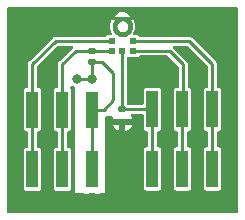
<source format=gtl>
G04 #@! TF.GenerationSoftware,KiCad,Pcbnew,(5.99.0-11065-g2a3d8e22b6)*
G04 #@! TF.CreationDate,2021-07-08T09:19:05+01:00*
G04 #@! TF.ProjectId,NB3_ear,4e42335f-6561-4722-9e6b-696361645f70,0.0.1*
G04 #@! TF.SameCoordinates,PX868b5c0PY6ee3738*
G04 #@! TF.FileFunction,Copper,L1,Top*
G04 #@! TF.FilePolarity,Positive*
%FSLAX46Y46*%
G04 Gerber Fmt 4.6, Leading zero omitted, Abs format (unit mm)*
G04 Created by KiCad (PCBNEW (5.99.0-11065-g2a3d8e22b6)) date 2021-07-08 09:19:05*
%MOMM*%
%LPD*%
G01*
G04 APERTURE LIST*
G04 Aperture macros list*
%AMRoundRect*
0 Rectangle with rounded corners*
0 $1 Rounding radius*
0 $2 $3 $4 $5 $6 $7 $8 $9 X,Y pos of 4 corners*
0 Add a 4 corners polygon primitive as box body*
4,1,4,$2,$3,$4,$5,$6,$7,$8,$9,$2,$3,0*
0 Add four circle primitives for the rounded corners*
1,1,$1+$1,$2,$3*
1,1,$1+$1,$4,$5*
1,1,$1+$1,$6,$7*
1,1,$1+$1,$8,$9*
0 Add four rect primitives between the rounded corners*
20,1,$1+$1,$2,$3,$4,$5,0*
20,1,$1+$1,$4,$5,$6,$7,0*
20,1,$1+$1,$6,$7,$8,$9,0*
20,1,$1+$1,$8,$9,$2,$3,0*%
G04 Aperture macros list end*
G04 #@! TA.AperFunction,EtchedComponent*
%ADD10C,0.001000*%
G04 #@! TD*
G04 #@! TA.AperFunction,SMDPad,CuDef*
%ADD11R,0.600000X0.522000*%
G04 #@! TD*
G04 #@! TA.AperFunction,SMDPad,CuDef*
%ADD12R,0.100000X0.100000*%
G04 #@! TD*
G04 #@! TA.AperFunction,SMDPad,CuDef*
%ADD13RoundRect,0.140000X-0.170000X0.140000X-0.170000X-0.140000X0.170000X-0.140000X0.170000X0.140000X0*%
G04 #@! TD*
G04 #@! TA.AperFunction,SMDPad,CuDef*
%ADD14RoundRect,0.135000X0.185000X-0.135000X0.185000X0.135000X-0.185000X0.135000X-0.185000X-0.135000X0*%
G04 #@! TD*
G04 #@! TA.AperFunction,SMDPad,CuDef*
%ADD15R,1.000000X3.150000*%
G04 #@! TD*
G04 #@! TA.AperFunction,ViaPad*
%ADD16C,0.800000*%
G04 #@! TD*
G04 #@! TA.AperFunction,Conductor*
%ADD17C,0.250000*%
G04 #@! TD*
G04 APERTURE END LIST*
D10*
X10010000Y15261000D02*
X10010000Y15561000D01*
X10010000Y15561000D02*
X10036168Y15561685D01*
X10036168Y15561685D02*
X10062264Y15563739D01*
X10062264Y15563739D02*
X10088217Y15567156D01*
X10088217Y15567156D02*
X10113956Y15571926D01*
X10113956Y15571926D02*
X10139410Y15578037D01*
X10139410Y15578037D02*
X10164508Y15585472D01*
X10164508Y15585472D02*
X10189184Y15594210D01*
X10189184Y15594210D02*
X10213368Y15604227D01*
X10213368Y15604227D02*
X10236995Y15615497D01*
X10236995Y15615497D02*
X10260000Y15627987D01*
X10260000Y15627987D02*
X10282320Y15641665D01*
X10282320Y15641665D02*
X10303893Y15656492D01*
X10303893Y15656492D02*
X10324660Y15672427D01*
X10324660Y15672427D02*
X10344565Y15689428D01*
X10344565Y15689428D02*
X10363553Y15707447D01*
X10363553Y15707447D02*
X10381572Y15726435D01*
X10381572Y15726435D02*
X10398573Y15746340D01*
X10398573Y15746340D02*
X10414508Y15767107D01*
X10414508Y15767107D02*
X10429335Y15788680D01*
X10429335Y15788680D02*
X10443013Y15811000D01*
X10443013Y15811000D02*
X10455503Y15834005D01*
X10455503Y15834005D02*
X10466773Y15857632D01*
X10466773Y15857632D02*
X10476790Y15881816D01*
X10476790Y15881816D02*
X10485528Y15906492D01*
X10485528Y15906492D02*
X10492963Y15931590D01*
X10492963Y15931590D02*
X10499074Y15957044D01*
X10499074Y15957044D02*
X10503844Y15982783D01*
X10503844Y15982783D02*
X10507261Y16008736D01*
X10507261Y16008736D02*
X10509315Y16034832D01*
X10509315Y16034832D02*
X10510000Y16061000D01*
X10510000Y16061000D02*
X10510000Y16081000D01*
X10510000Y16081000D02*
X10509301Y16107691D01*
X10509301Y16107691D02*
X10507206Y16134310D01*
X10507206Y16134310D02*
X10503721Y16160782D01*
X10503721Y16160782D02*
X10498855Y16187035D01*
X10498855Y16187035D02*
X10492622Y16212998D01*
X10492622Y16212998D02*
X10485039Y16238599D01*
X10485039Y16238599D02*
X10476126Y16263768D01*
X10476126Y16263768D02*
X10465908Y16288436D01*
X10465908Y16288436D02*
X10454413Y16312535D01*
X10454413Y16312535D02*
X10441673Y16336000D01*
X10441673Y16336000D02*
X10427722Y16358766D01*
X10427722Y16358766D02*
X10412599Y16380770D01*
X10412599Y16380770D02*
X10396344Y16401953D01*
X10396344Y16401953D02*
X10379004Y16422257D01*
X10379004Y16422257D02*
X10360624Y16441624D01*
X10360624Y16441624D02*
X10341257Y16460004D01*
X10341257Y16460004D02*
X10320953Y16477344D01*
X10320953Y16477344D02*
X10299770Y16493599D01*
X10299770Y16493599D02*
X10277766Y16508722D01*
X10277766Y16508722D02*
X10255000Y16522673D01*
X10255000Y16522673D02*
X10231535Y16535413D01*
X10231535Y16535413D02*
X10207436Y16546908D01*
X10207436Y16546908D02*
X10182768Y16557126D01*
X10182768Y16557126D02*
X10157599Y16566039D01*
X10157599Y16566039D02*
X10131998Y16573622D01*
X10131998Y16573622D02*
X10106035Y16579855D01*
X10106035Y16579855D02*
X10079782Y16584721D01*
X10079782Y16584721D02*
X10053310Y16588206D01*
X10053310Y16588206D02*
X10026691Y16590301D01*
X10026691Y16590301D02*
X10000000Y16591000D01*
X10000000Y16591000D02*
X9990000Y16591000D01*
X9990000Y16591000D02*
X9963832Y16590315D01*
X9963832Y16590315D02*
X9937736Y16588261D01*
X9937736Y16588261D02*
X9911783Y16584844D01*
X9911783Y16584844D02*
X9886044Y16580074D01*
X9886044Y16580074D02*
X9860590Y16573963D01*
X9860590Y16573963D02*
X9835492Y16566528D01*
X9835492Y16566528D02*
X9810816Y16557790D01*
X9810816Y16557790D02*
X9786632Y16547773D01*
X9786632Y16547773D02*
X9763005Y16536503D01*
X9763005Y16536503D02*
X9740000Y16524013D01*
X9740000Y16524013D02*
X9717680Y16510335D01*
X9717680Y16510335D02*
X9696107Y16495508D01*
X9696107Y16495508D02*
X9675340Y16479573D01*
X9675340Y16479573D02*
X9655435Y16462572D01*
X9655435Y16462572D02*
X9636447Y16444553D01*
X9636447Y16444553D02*
X9618428Y16425565D01*
X9618428Y16425565D02*
X9601427Y16405660D01*
X9601427Y16405660D02*
X9585492Y16384893D01*
X9585492Y16384893D02*
X9570665Y16363320D01*
X9570665Y16363320D02*
X9556987Y16341000D01*
X9556987Y16341000D02*
X9544497Y16317995D01*
X9544497Y16317995D02*
X9533227Y16294368D01*
X9533227Y16294368D02*
X9523210Y16270184D01*
X9523210Y16270184D02*
X9514472Y16245508D01*
X9514472Y16245508D02*
X9507037Y16220410D01*
X9507037Y16220410D02*
X9500926Y16194956D01*
X9500926Y16194956D02*
X9496156Y16169217D01*
X9496156Y16169217D02*
X9492739Y16143264D01*
X9492739Y16143264D02*
X9490685Y16117168D01*
X9490685Y16117168D02*
X9490000Y16091000D01*
X9490000Y16091000D02*
X9490000Y16061000D01*
X9490000Y16061000D02*
X9490685Y16034832D01*
X9490685Y16034832D02*
X9492739Y16008736D01*
X9492739Y16008736D02*
X9496156Y15982783D01*
X9496156Y15982783D02*
X9500926Y15957044D01*
X9500926Y15957044D02*
X9507037Y15931590D01*
X9507037Y15931590D02*
X9514472Y15906492D01*
X9514472Y15906492D02*
X9523210Y15881816D01*
X9523210Y15881816D02*
X9533227Y15857632D01*
X9533227Y15857632D02*
X9544497Y15834005D01*
X9544497Y15834005D02*
X9556987Y15811000D01*
X9556987Y15811000D02*
X9570665Y15788680D01*
X9570665Y15788680D02*
X9585492Y15767107D01*
X9585492Y15767107D02*
X9601427Y15746340D01*
X9601427Y15746340D02*
X9618428Y15726435D01*
X9618428Y15726435D02*
X9636447Y15707447D01*
X9636447Y15707447D02*
X9655435Y15689428D01*
X9655435Y15689428D02*
X9675340Y15672427D01*
X9675340Y15672427D02*
X9696107Y15656492D01*
X9696107Y15656492D02*
X9717680Y15641665D01*
X9717680Y15641665D02*
X9740000Y15627987D01*
X9740000Y15627987D02*
X9763005Y15615497D01*
X9763005Y15615497D02*
X9786632Y15604227D01*
X9786632Y15604227D02*
X9810816Y15594210D01*
X9810816Y15594210D02*
X9835492Y15585472D01*
X9835492Y15585472D02*
X9860590Y15578037D01*
X9860590Y15578037D02*
X9886044Y15571926D01*
X9886044Y15571926D02*
X9911783Y15567156D01*
X9911783Y15567156D02*
X9937736Y15563739D01*
X9937736Y15563739D02*
X9963832Y15561685D01*
X9963832Y15561685D02*
X9990000Y15561000D01*
X9990000Y15561000D02*
X9990000Y15261000D01*
X9990000Y15261000D02*
X9980000Y15261000D01*
X9980000Y15261000D02*
X9938655Y15262083D01*
X9938655Y15262083D02*
X9897423Y15265328D01*
X9897423Y15265328D02*
X9856417Y15270726D01*
X9856417Y15270726D02*
X9815750Y15278263D01*
X9815750Y15278263D02*
X9775533Y15287919D01*
X9775533Y15287919D02*
X9735877Y15299665D01*
X9735877Y15299665D02*
X9696889Y15313471D01*
X9696889Y15313471D02*
X9658678Y15329299D01*
X9658678Y15329299D02*
X9621348Y15347105D01*
X9621348Y15347105D02*
X9585000Y15366840D01*
X9585000Y15366840D02*
X9549735Y15388450D01*
X9549735Y15388450D02*
X9515650Y15411877D01*
X9515650Y15411877D02*
X9482837Y15437055D01*
X9482837Y15437055D02*
X9451387Y15463916D01*
X9451387Y15463916D02*
X9421386Y15492386D01*
X9421386Y15492386D02*
X9392916Y15522387D01*
X9392916Y15522387D02*
X9366055Y15553837D01*
X9366055Y15553837D02*
X9340877Y15586650D01*
X9340877Y15586650D02*
X9317450Y15620735D01*
X9317450Y15620735D02*
X9295840Y15656000D01*
X9295840Y15656000D02*
X9276105Y15692348D01*
X9276105Y15692348D02*
X9258299Y15729678D01*
X9258299Y15729678D02*
X9242471Y15767889D01*
X9242471Y15767889D02*
X9228665Y15806877D01*
X9228665Y15806877D02*
X9216919Y15846533D01*
X9216919Y15846533D02*
X9207263Y15886750D01*
X9207263Y15886750D02*
X9199726Y15927417D01*
X9199726Y15927417D02*
X9194328Y15968423D01*
X9194328Y15968423D02*
X9191083Y16009655D01*
X9191083Y16009655D02*
X9190000Y16051000D01*
X9190000Y16051000D02*
X9190000Y16081000D01*
X9190000Y16081000D02*
X9191110Y16123392D01*
X9191110Y16123392D02*
X9194437Y16165668D01*
X9194437Y16165668D02*
X9199972Y16207712D01*
X9199972Y16207712D02*
X9207700Y16249408D01*
X9207700Y16249408D02*
X9217600Y16290643D01*
X9217600Y16290643D02*
X9229644Y16331304D01*
X9229644Y16331304D02*
X9243800Y16371278D01*
X9243800Y16371278D02*
X9260028Y16410457D01*
X9260028Y16410457D02*
X9278285Y16448732D01*
X9278285Y16448732D02*
X9298519Y16486000D01*
X9298519Y16486000D02*
X9320677Y16522158D01*
X9320677Y16522158D02*
X9344696Y16557106D01*
X9344696Y16557106D02*
X9370512Y16590750D01*
X9370512Y16590750D02*
X9398053Y16622996D01*
X9398053Y16622996D02*
X9427244Y16653756D01*
X9427244Y16653756D02*
X9458004Y16682947D01*
X9458004Y16682947D02*
X9490250Y16710488D01*
X9490250Y16710488D02*
X9523894Y16736304D01*
X9523894Y16736304D02*
X9558842Y16760323D01*
X9558842Y16760323D02*
X9595000Y16782481D01*
X9595000Y16782481D02*
X9632268Y16802715D01*
X9632268Y16802715D02*
X9670543Y16820972D01*
X9670543Y16820972D02*
X9709722Y16837200D01*
X9709722Y16837200D02*
X9749696Y16851356D01*
X9749696Y16851356D02*
X9790357Y16863400D01*
X9790357Y16863400D02*
X9831592Y16873300D01*
X9831592Y16873300D02*
X9873288Y16881028D01*
X9873288Y16881028D02*
X9915332Y16886563D01*
X9915332Y16886563D02*
X9957608Y16889890D01*
X9957608Y16889890D02*
X10000000Y16891000D01*
X10000000Y16891000D02*
X10010000Y16891000D01*
X10010000Y16891000D02*
X10051869Y16889904D01*
X10051869Y16889904D02*
X10093623Y16886618D01*
X10093623Y16886618D02*
X10135148Y16881151D01*
X10135148Y16881151D02*
X10176329Y16873518D01*
X10176329Y16873518D02*
X10217055Y16863741D01*
X10217055Y16863741D02*
X10257214Y16851845D01*
X10257214Y16851845D02*
X10296694Y16837864D01*
X10296694Y16837864D02*
X10335389Y16821836D01*
X10335389Y16821836D02*
X10373192Y16803805D01*
X10373192Y16803805D02*
X10410000Y16783820D01*
X10410000Y16783820D02*
X10445711Y16761936D01*
X10445711Y16761936D02*
X10480228Y16738214D01*
X10480228Y16738214D02*
X10513456Y16712717D01*
X10513456Y16712717D02*
X10545304Y16685516D01*
X10545304Y16685516D02*
X10575685Y16656685D01*
X10575685Y16656685D02*
X10604516Y16626304D01*
X10604516Y16626304D02*
X10631717Y16594456D01*
X10631717Y16594456D02*
X10657214Y16561228D01*
X10657214Y16561228D02*
X10680936Y16526711D01*
X10680936Y16526711D02*
X10702820Y16491000D01*
X10702820Y16491000D02*
X10722805Y16454192D01*
X10722805Y16454192D02*
X10740836Y16416389D01*
X10740836Y16416389D02*
X10756864Y16377694D01*
X10756864Y16377694D02*
X10770845Y16338214D01*
X10770845Y16338214D02*
X10782741Y16298055D01*
X10782741Y16298055D02*
X10792518Y16257329D01*
X10792518Y16257329D02*
X10800151Y16216148D01*
X10800151Y16216148D02*
X10805618Y16174623D01*
X10805618Y16174623D02*
X10808904Y16132869D01*
X10808904Y16132869D02*
X10810000Y16091000D01*
X10810000Y16091000D02*
X10810000Y16061000D01*
X10810000Y16061000D02*
X10808904Y16019131D01*
X10808904Y16019131D02*
X10805618Y15977377D01*
X10805618Y15977377D02*
X10800151Y15935852D01*
X10800151Y15935852D02*
X10792518Y15894671D01*
X10792518Y15894671D02*
X10782741Y15853945D01*
X10782741Y15853945D02*
X10770845Y15813786D01*
X10770845Y15813786D02*
X10756864Y15774306D01*
X10756864Y15774306D02*
X10740836Y15735611D01*
X10740836Y15735611D02*
X10722805Y15697808D01*
X10722805Y15697808D02*
X10702820Y15661000D01*
X10702820Y15661000D02*
X10680936Y15625289D01*
X10680936Y15625289D02*
X10657214Y15590772D01*
X10657214Y15590772D02*
X10631717Y15557544D01*
X10631717Y15557544D02*
X10604516Y15525696D01*
X10604516Y15525696D02*
X10575685Y15495315D01*
X10575685Y15495315D02*
X10545304Y15466484D01*
X10545304Y15466484D02*
X10513456Y15439283D01*
X10513456Y15439283D02*
X10480228Y15413786D01*
X10480228Y15413786D02*
X10445711Y15390064D01*
X10445711Y15390064D02*
X10410000Y15368180D01*
X10410000Y15368180D02*
X10373192Y15348195D01*
X10373192Y15348195D02*
X10335389Y15330164D01*
X10335389Y15330164D02*
X10296694Y15314136D01*
X10296694Y15314136D02*
X10257214Y15300155D01*
X10257214Y15300155D02*
X10217055Y15288259D01*
X10217055Y15288259D02*
X10176329Y15278482D01*
X10176329Y15278482D02*
X10135148Y15270849D01*
X10135148Y15270849D02*
X10093623Y15265382D01*
X10093623Y15265382D02*
X10051869Y15262096D01*
X10051869Y15262096D02*
X10010000Y15261000D01*
X10010000Y15261000D02*
X10010000Y15261000D01*
G36*
X10051869Y16889904D02*
G01*
X10093623Y16886618D01*
X10135148Y16881151D01*
X10176329Y16873518D01*
X10217055Y16863741D01*
X10257214Y16851845D01*
X10296694Y16837864D01*
X10335389Y16821836D01*
X10373192Y16803805D01*
X10410000Y16783820D01*
X10445711Y16761936D01*
X10480228Y16738214D01*
X10513456Y16712717D01*
X10545304Y16685516D01*
X10575685Y16656685D01*
X10604516Y16626304D01*
X10631717Y16594456D01*
X10657214Y16561228D01*
X10680936Y16526711D01*
X10702820Y16491000D01*
X10722805Y16454192D01*
X10740836Y16416389D01*
X10756864Y16377694D01*
X10770845Y16338214D01*
X10782741Y16298055D01*
X10792518Y16257329D01*
X10800151Y16216148D01*
X10805618Y16174623D01*
X10808904Y16132869D01*
X10810000Y16091000D01*
X10810000Y16061000D01*
X10808904Y16019131D01*
X10805618Y15977377D01*
X10800151Y15935852D01*
X10792518Y15894671D01*
X10782741Y15853945D01*
X10770845Y15813786D01*
X10756864Y15774306D01*
X10740836Y15735611D01*
X10722805Y15697808D01*
X10702820Y15661000D01*
X10680936Y15625289D01*
X10657214Y15590772D01*
X10631717Y15557544D01*
X10604516Y15525696D01*
X10575685Y15495315D01*
X10545304Y15466484D01*
X10513456Y15439283D01*
X10480228Y15413786D01*
X10445711Y15390064D01*
X10410000Y15368180D01*
X10373192Y15348195D01*
X10335389Y15330164D01*
X10296694Y15314136D01*
X10257214Y15300155D01*
X10217055Y15288259D01*
X10176329Y15278482D01*
X10135148Y15270849D01*
X10093623Y15265382D01*
X10051869Y15262096D01*
X10010000Y15261000D01*
X10010000Y15561000D01*
X10036168Y15561685D01*
X10062264Y15563739D01*
X10088217Y15567156D01*
X10113956Y15571926D01*
X10139410Y15578037D01*
X10164508Y15585472D01*
X10189184Y15594210D01*
X10213368Y15604227D01*
X10236995Y15615497D01*
X10260000Y15627987D01*
X10282320Y15641665D01*
X10303893Y15656492D01*
X10324660Y15672427D01*
X10344565Y15689428D01*
X10363553Y15707447D01*
X10381572Y15726435D01*
X10398573Y15746340D01*
X10414508Y15767107D01*
X10429335Y15788680D01*
X10443013Y15811000D01*
X10455503Y15834005D01*
X10466773Y15857632D01*
X10476790Y15881816D01*
X10485528Y15906492D01*
X10492963Y15931590D01*
X10499074Y15957044D01*
X10503844Y15982783D01*
X10507261Y16008736D01*
X10509315Y16034832D01*
X10510000Y16061000D01*
X10510000Y16081000D01*
X10509301Y16107691D01*
X10507206Y16134310D01*
X10503721Y16160782D01*
X10498855Y16187035D01*
X10492622Y16212998D01*
X10485039Y16238599D01*
X10476126Y16263768D01*
X10465908Y16288436D01*
X10454413Y16312535D01*
X10441673Y16336000D01*
X10427722Y16358766D01*
X10412599Y16380770D01*
X10396344Y16401953D01*
X10379004Y16422257D01*
X10360624Y16441624D01*
X10341257Y16460004D01*
X10320953Y16477344D01*
X10299770Y16493599D01*
X10277766Y16508722D01*
X10255000Y16522673D01*
X10231535Y16535413D01*
X10207436Y16546908D01*
X10182768Y16557126D01*
X10157599Y16566039D01*
X10131998Y16573622D01*
X10106035Y16579855D01*
X10079782Y16584721D01*
X10053310Y16588206D01*
X10026691Y16590301D01*
X10000000Y16591000D01*
X9990000Y16591000D01*
X9963832Y16590315D01*
X9937736Y16588261D01*
X9911783Y16584844D01*
X9886044Y16580074D01*
X9860590Y16573963D01*
X9835492Y16566528D01*
X9810816Y16557790D01*
X9786632Y16547773D01*
X9763005Y16536503D01*
X9740000Y16524013D01*
X9717680Y16510335D01*
X9696107Y16495508D01*
X9675340Y16479573D01*
X9655435Y16462572D01*
X9636447Y16444553D01*
X9618428Y16425565D01*
X9601427Y16405660D01*
X9585492Y16384893D01*
X9570665Y16363320D01*
X9556987Y16341000D01*
X9544497Y16317995D01*
X9533227Y16294368D01*
X9523210Y16270184D01*
X9514472Y16245508D01*
X9507037Y16220410D01*
X9500926Y16194956D01*
X9496156Y16169217D01*
X9492739Y16143264D01*
X9490685Y16117168D01*
X9490000Y16091000D01*
X9490000Y16061000D01*
X9490685Y16034832D01*
X9492739Y16008736D01*
X9496156Y15982783D01*
X9500926Y15957044D01*
X9507037Y15931590D01*
X9514472Y15906492D01*
X9523210Y15881816D01*
X9533227Y15857632D01*
X9544497Y15834005D01*
X9556987Y15811000D01*
X9570665Y15788680D01*
X9585492Y15767107D01*
X9601427Y15746340D01*
X9618428Y15726435D01*
X9636447Y15707447D01*
X9655435Y15689428D01*
X9675340Y15672427D01*
X9696107Y15656492D01*
X9717680Y15641665D01*
X9740000Y15627987D01*
X9763005Y15615497D01*
X9786632Y15604227D01*
X9810816Y15594210D01*
X9835492Y15585472D01*
X9860590Y15578037D01*
X9886044Y15571926D01*
X9911783Y15567156D01*
X9937736Y15563739D01*
X9963832Y15561685D01*
X9990000Y15561000D01*
X9990000Y15261000D01*
X9980000Y15261000D01*
X9938655Y15262083D01*
X9897423Y15265328D01*
X9856417Y15270726D01*
X9815750Y15278263D01*
X9775533Y15287919D01*
X9735877Y15299665D01*
X9696889Y15313471D01*
X9658678Y15329299D01*
X9621348Y15347105D01*
X9585000Y15366840D01*
X9549735Y15388450D01*
X9515650Y15411877D01*
X9482837Y15437055D01*
X9451387Y15463916D01*
X9421386Y15492386D01*
X9392916Y15522387D01*
X9366055Y15553837D01*
X9340877Y15586650D01*
X9317450Y15620735D01*
X9295840Y15656000D01*
X9276105Y15692348D01*
X9258299Y15729678D01*
X9242471Y15767889D01*
X9228665Y15806877D01*
X9216919Y15846533D01*
X9207263Y15886750D01*
X9199726Y15927417D01*
X9194328Y15968423D01*
X9191083Y16009655D01*
X9190000Y16051000D01*
X9190000Y16081000D01*
X9191110Y16123392D01*
X9194437Y16165668D01*
X9199972Y16207712D01*
X9207700Y16249408D01*
X9217600Y16290643D01*
X9229644Y16331304D01*
X9243800Y16371278D01*
X9260028Y16410457D01*
X9278285Y16448732D01*
X9298519Y16486000D01*
X9320677Y16522158D01*
X9344696Y16557106D01*
X9370512Y16590750D01*
X9398053Y16622996D01*
X9427244Y16653756D01*
X9458004Y16682947D01*
X9490250Y16710488D01*
X9523894Y16736304D01*
X9558842Y16760323D01*
X9595000Y16782481D01*
X9632268Y16802715D01*
X9670543Y16820972D01*
X9709722Y16837200D01*
X9749696Y16851356D01*
X9790357Y16863400D01*
X9831592Y16873300D01*
X9873288Y16881028D01*
X9915332Y16886563D01*
X9957608Y16889890D01*
X10000000Y16891000D01*
X10010000Y16891000D01*
X10051869Y16889904D01*
G37*
X10051869Y16889904D02*
X10093623Y16886618D01*
X10135148Y16881151D01*
X10176329Y16873518D01*
X10217055Y16863741D01*
X10257214Y16851845D01*
X10296694Y16837864D01*
X10335389Y16821836D01*
X10373192Y16803805D01*
X10410000Y16783820D01*
X10445711Y16761936D01*
X10480228Y16738214D01*
X10513456Y16712717D01*
X10545304Y16685516D01*
X10575685Y16656685D01*
X10604516Y16626304D01*
X10631717Y16594456D01*
X10657214Y16561228D01*
X10680936Y16526711D01*
X10702820Y16491000D01*
X10722805Y16454192D01*
X10740836Y16416389D01*
X10756864Y16377694D01*
X10770845Y16338214D01*
X10782741Y16298055D01*
X10792518Y16257329D01*
X10800151Y16216148D01*
X10805618Y16174623D01*
X10808904Y16132869D01*
X10810000Y16091000D01*
X10810000Y16061000D01*
X10808904Y16019131D01*
X10805618Y15977377D01*
X10800151Y15935852D01*
X10792518Y15894671D01*
X10782741Y15853945D01*
X10770845Y15813786D01*
X10756864Y15774306D01*
X10740836Y15735611D01*
X10722805Y15697808D01*
X10702820Y15661000D01*
X10680936Y15625289D01*
X10657214Y15590772D01*
X10631717Y15557544D01*
X10604516Y15525696D01*
X10575685Y15495315D01*
X10545304Y15466484D01*
X10513456Y15439283D01*
X10480228Y15413786D01*
X10445711Y15390064D01*
X10410000Y15368180D01*
X10373192Y15348195D01*
X10335389Y15330164D01*
X10296694Y15314136D01*
X10257214Y15300155D01*
X10217055Y15288259D01*
X10176329Y15278482D01*
X10135148Y15270849D01*
X10093623Y15265382D01*
X10051869Y15262096D01*
X10010000Y15261000D01*
X10010000Y15561000D01*
X10036168Y15561685D01*
X10062264Y15563739D01*
X10088217Y15567156D01*
X10113956Y15571926D01*
X10139410Y15578037D01*
X10164508Y15585472D01*
X10189184Y15594210D01*
X10213368Y15604227D01*
X10236995Y15615497D01*
X10260000Y15627987D01*
X10282320Y15641665D01*
X10303893Y15656492D01*
X10324660Y15672427D01*
X10344565Y15689428D01*
X10363553Y15707447D01*
X10381572Y15726435D01*
X10398573Y15746340D01*
X10414508Y15767107D01*
X10429335Y15788680D01*
X10443013Y15811000D01*
X10455503Y15834005D01*
X10466773Y15857632D01*
X10476790Y15881816D01*
X10485528Y15906492D01*
X10492963Y15931590D01*
X10499074Y15957044D01*
X10503844Y15982783D01*
X10507261Y16008736D01*
X10509315Y16034832D01*
X10510000Y16061000D01*
X10510000Y16081000D01*
X10509301Y16107691D01*
X10507206Y16134310D01*
X10503721Y16160782D01*
X10498855Y16187035D01*
X10492622Y16212998D01*
X10485039Y16238599D01*
X10476126Y16263768D01*
X10465908Y16288436D01*
X10454413Y16312535D01*
X10441673Y16336000D01*
X10427722Y16358766D01*
X10412599Y16380770D01*
X10396344Y16401953D01*
X10379004Y16422257D01*
X10360624Y16441624D01*
X10341257Y16460004D01*
X10320953Y16477344D01*
X10299770Y16493599D01*
X10277766Y16508722D01*
X10255000Y16522673D01*
X10231535Y16535413D01*
X10207436Y16546908D01*
X10182768Y16557126D01*
X10157599Y16566039D01*
X10131998Y16573622D01*
X10106035Y16579855D01*
X10079782Y16584721D01*
X10053310Y16588206D01*
X10026691Y16590301D01*
X10000000Y16591000D01*
X9990000Y16591000D01*
X9963832Y16590315D01*
X9937736Y16588261D01*
X9911783Y16584844D01*
X9886044Y16580074D01*
X9860590Y16573963D01*
X9835492Y16566528D01*
X9810816Y16557790D01*
X9786632Y16547773D01*
X9763005Y16536503D01*
X9740000Y16524013D01*
X9717680Y16510335D01*
X9696107Y16495508D01*
X9675340Y16479573D01*
X9655435Y16462572D01*
X9636447Y16444553D01*
X9618428Y16425565D01*
X9601427Y16405660D01*
X9585492Y16384893D01*
X9570665Y16363320D01*
X9556987Y16341000D01*
X9544497Y16317995D01*
X9533227Y16294368D01*
X9523210Y16270184D01*
X9514472Y16245508D01*
X9507037Y16220410D01*
X9500926Y16194956D01*
X9496156Y16169217D01*
X9492739Y16143264D01*
X9490685Y16117168D01*
X9490000Y16091000D01*
X9490000Y16061000D01*
X9490685Y16034832D01*
X9492739Y16008736D01*
X9496156Y15982783D01*
X9500926Y15957044D01*
X9507037Y15931590D01*
X9514472Y15906492D01*
X9523210Y15881816D01*
X9533227Y15857632D01*
X9544497Y15834005D01*
X9556987Y15811000D01*
X9570665Y15788680D01*
X9585492Y15767107D01*
X9601427Y15746340D01*
X9618428Y15726435D01*
X9636447Y15707447D01*
X9655435Y15689428D01*
X9675340Y15672427D01*
X9696107Y15656492D01*
X9717680Y15641665D01*
X9740000Y15627987D01*
X9763005Y15615497D01*
X9786632Y15604227D01*
X9810816Y15594210D01*
X9835492Y15585472D01*
X9860590Y15578037D01*
X9886044Y15571926D01*
X9911783Y15567156D01*
X9937736Y15563739D01*
X9963832Y15561685D01*
X9990000Y15561000D01*
X9990000Y15261000D01*
X9980000Y15261000D01*
X9938655Y15262083D01*
X9897423Y15265328D01*
X9856417Y15270726D01*
X9815750Y15278263D01*
X9775533Y15287919D01*
X9735877Y15299665D01*
X9696889Y15313471D01*
X9658678Y15329299D01*
X9621348Y15347105D01*
X9585000Y15366840D01*
X9549735Y15388450D01*
X9515650Y15411877D01*
X9482837Y15437055D01*
X9451387Y15463916D01*
X9421386Y15492386D01*
X9392916Y15522387D01*
X9366055Y15553837D01*
X9340877Y15586650D01*
X9317450Y15620735D01*
X9295840Y15656000D01*
X9276105Y15692348D01*
X9258299Y15729678D01*
X9242471Y15767889D01*
X9228665Y15806877D01*
X9216919Y15846533D01*
X9207263Y15886750D01*
X9199726Y15927417D01*
X9194328Y15968423D01*
X9191083Y16009655D01*
X9190000Y16051000D01*
X9190000Y16081000D01*
X9191110Y16123392D01*
X9194437Y16165668D01*
X9199972Y16207712D01*
X9207700Y16249408D01*
X9217600Y16290643D01*
X9229644Y16331304D01*
X9243800Y16371278D01*
X9260028Y16410457D01*
X9278285Y16448732D01*
X9298519Y16486000D01*
X9320677Y16522158D01*
X9344696Y16557106D01*
X9370512Y16590750D01*
X9398053Y16622996D01*
X9427244Y16653756D01*
X9458004Y16682947D01*
X9490250Y16710488D01*
X9523894Y16736304D01*
X9558842Y16760323D01*
X9595000Y16782481D01*
X9632268Y16802715D01*
X9670543Y16820972D01*
X9709722Y16837200D01*
X9749696Y16851356D01*
X9790357Y16863400D01*
X9831592Y16873300D01*
X9873288Y16881028D01*
X9915332Y16886563D01*
X9957608Y16889890D01*
X10000000Y16891000D01*
X10010000Y16891000D01*
X10051869Y16889904D01*
D11*
X10900000Y14000000D03*
X10900000Y14822000D03*
D12*
X10015500Y16744000D03*
D11*
X9100000Y14822000D03*
X9100000Y14000000D03*
X10000000Y14000000D03*
D13*
X7460000Y14000000D03*
X7460000Y13040000D03*
D14*
X10000000Y8020000D03*
X10000000Y9040000D03*
D15*
X12540000Y4000000D03*
X12540000Y9050000D03*
X15080000Y4000000D03*
X15080000Y9050000D03*
X17620000Y4000000D03*
X17620000Y9050000D03*
X2380000Y3975000D03*
X2380000Y9025000D03*
X4920000Y3975000D03*
X4920000Y9025000D03*
X7460000Y3975000D03*
X7460000Y9025000D03*
D16*
X16000000Y16500000D03*
X2000000Y1500000D03*
X10000000Y4500000D03*
X16000000Y1500000D03*
X7460000Y11580000D03*
X12540000Y11580000D03*
X10000000Y6500000D03*
X18000000Y16500000D03*
X2000000Y16500000D03*
X18000000Y1500000D03*
X4000000Y1500000D03*
X4000000Y16500000D03*
X3650000Y11580000D03*
X6190000Y11580000D03*
X7500000Y16750000D03*
X12494000Y16744000D03*
D17*
X4920000Y12850000D02*
X4920000Y9025000D01*
X7460000Y14000000D02*
X6070000Y14000000D01*
X7460000Y14000000D02*
X9100000Y14000000D01*
X6070000Y14000000D02*
X4920000Y12850000D01*
X4920000Y3975000D02*
X4920000Y9025000D01*
X9238000Y9802000D02*
X9238000Y12088000D01*
X7460000Y9025000D02*
X8237000Y9025000D01*
X8286000Y13040000D02*
X7460000Y13040000D01*
X8461000Y9025000D02*
X9238000Y9802000D01*
X10015500Y16744000D02*
X7506000Y16744000D01*
X10015500Y16744000D02*
X12494000Y16744000D01*
X7460000Y3975000D02*
X7460000Y9025000D01*
X7460000Y13040000D02*
X7460000Y11580000D01*
X12494000Y16744000D02*
X12500000Y16750000D01*
X7506000Y16744000D02*
X7500000Y16750000D01*
X9238000Y12088000D02*
X8286000Y13040000D01*
X7460000Y11580000D02*
X6190000Y11580000D01*
X7460000Y9025000D02*
X8461000Y9025000D01*
X4352000Y14822000D02*
X2380000Y12850000D01*
X2380000Y12850000D02*
X2380000Y9025000D01*
X9100000Y14822000D02*
X4352000Y14822000D01*
X2380000Y3975000D02*
X2380000Y9025000D01*
X12540000Y4000000D02*
X12540000Y9050000D01*
X10000000Y9040000D02*
X12530000Y9040000D01*
X12530000Y9040000D02*
X12540000Y9050000D01*
X10000000Y14000000D02*
X10000000Y9040000D01*
X15147000Y12850000D02*
X15147000Y9025000D01*
X15080000Y4000000D02*
X15080000Y9050000D01*
X13997000Y14000000D02*
X15147000Y12850000D01*
X10900000Y14000000D02*
X13997000Y14000000D01*
X17620000Y4000000D02*
X17620000Y9050000D01*
X15648000Y14822000D02*
X10900000Y14822000D01*
X17620000Y9050000D02*
X17620000Y12850000D01*
X17620000Y12850000D02*
X15648000Y14822000D01*
G04 #@! TA.AperFunction,Conductor*
G36*
X19692121Y17729998D02*
G01*
X19738614Y17676342D01*
X19750000Y17624000D01*
X19750000Y376000D01*
X19729998Y307879D01*
X19676342Y261386D01*
X19624000Y250000D01*
X376000Y250000D01*
X307879Y270002D01*
X261386Y323658D01*
X250000Y376000D01*
X250000Y10600000D01*
X1624500Y10600000D01*
X1624500Y7450000D01*
X1643949Y7352224D01*
X1650841Y7341909D01*
X1650842Y7341907D01*
X1687235Y7287441D01*
X1699334Y7269334D01*
X1709650Y7262441D01*
X1771907Y7220842D01*
X1771909Y7220841D01*
X1782224Y7213949D01*
X1880000Y7194500D01*
X1886188Y7194500D01*
X1890848Y7194041D01*
X1956681Y7167460D01*
X1997692Y7109506D01*
X2004500Y7068648D01*
X2004500Y5931352D01*
X1984498Y5863231D01*
X1930842Y5816738D01*
X1890848Y5805959D01*
X1886188Y5805500D01*
X1880000Y5805500D01*
X1782224Y5786051D01*
X1771909Y5779159D01*
X1771907Y5779158D01*
X1736749Y5755666D01*
X1699334Y5730666D01*
X1692441Y5720350D01*
X1650842Y5658093D01*
X1650841Y5658091D01*
X1643949Y5647776D01*
X1624500Y5550000D01*
X1624500Y2400000D01*
X1643949Y2302224D01*
X1650841Y2291909D01*
X1650842Y2291907D01*
X1687235Y2237441D01*
X1699334Y2219334D01*
X1709650Y2212441D01*
X1771907Y2170842D01*
X1771909Y2170841D01*
X1782224Y2163949D01*
X1880000Y2144500D01*
X2880000Y2144500D01*
X2977776Y2163949D01*
X2988091Y2170841D01*
X2988093Y2170842D01*
X3050350Y2212441D01*
X3060666Y2219334D01*
X3072765Y2237441D01*
X3109158Y2291907D01*
X3109159Y2291909D01*
X3116051Y2302224D01*
X3135500Y2400000D01*
X3135500Y5550000D01*
X3116051Y5647776D01*
X3109159Y5658091D01*
X3109158Y5658093D01*
X3067559Y5720350D01*
X3060666Y5730666D01*
X3023251Y5755666D01*
X2988093Y5779158D01*
X2988091Y5779159D01*
X2977776Y5786051D01*
X2880000Y5805500D01*
X2873812Y5805500D01*
X2869152Y5805959D01*
X2803319Y5832540D01*
X2762308Y5890494D01*
X2755500Y5931352D01*
X2755500Y7068648D01*
X2775502Y7136769D01*
X2829158Y7183262D01*
X2869152Y7194041D01*
X2873812Y7194500D01*
X2880000Y7194500D01*
X2977776Y7213949D01*
X2988091Y7220841D01*
X2988093Y7220842D01*
X3050350Y7262441D01*
X3060666Y7269334D01*
X3072765Y7287441D01*
X3109158Y7341907D01*
X3109159Y7341909D01*
X3116051Y7352224D01*
X3135500Y7450000D01*
X3135500Y10600000D01*
X3116051Y10697776D01*
X3109159Y10708091D01*
X3109158Y10708093D01*
X3067559Y10770350D01*
X3060666Y10780666D01*
X3023251Y10805666D01*
X2988093Y10829158D01*
X2988091Y10829159D01*
X2977776Y10836051D01*
X2880000Y10855500D01*
X2873812Y10855500D01*
X2869152Y10855959D01*
X2803319Y10882540D01*
X2762308Y10940494D01*
X2755500Y10981352D01*
X2755500Y12642273D01*
X2775502Y12710394D01*
X2792405Y12731368D01*
X4470632Y14409595D01*
X4532944Y14443621D01*
X4559727Y14446500D01*
X5681273Y14446500D01*
X5749394Y14426498D01*
X5795887Y14372842D01*
X5805991Y14302568D01*
X5776497Y14237988D01*
X5770368Y14231405D01*
X4691675Y13152712D01*
X4675421Y13139584D01*
X4672668Y13137079D01*
X4663919Y13131430D01*
X4657472Y13123252D01*
X4644403Y13106674D01*
X4640220Y13101967D01*
X4640277Y13101918D01*
X4636925Y13097962D01*
X4633241Y13094278D01*
X4621484Y13077826D01*
X4617943Y13073110D01*
X4586565Y13033307D01*
X4583564Y13024761D01*
X4578301Y13017396D01*
X4565043Y12973064D01*
X4563789Y12968872D01*
X4561962Y12963248D01*
X4545166Y12915419D01*
X4544500Y12907729D01*
X4544500Y12905016D01*
X4544468Y12904268D01*
X4542500Y12897689D01*
X4542909Y12887282D01*
X4544403Y12849261D01*
X4544500Y12844314D01*
X4544500Y10981352D01*
X4524498Y10913231D01*
X4470842Y10866738D01*
X4430848Y10855959D01*
X4426188Y10855500D01*
X4420000Y10855500D01*
X4322224Y10836051D01*
X4311909Y10829159D01*
X4311907Y10829158D01*
X4276749Y10805666D01*
X4239334Y10780666D01*
X4232441Y10770350D01*
X4190842Y10708093D01*
X4190841Y10708091D01*
X4183949Y10697776D01*
X4164500Y10600000D01*
X4164500Y7450000D01*
X4183949Y7352224D01*
X4190841Y7341909D01*
X4190842Y7341907D01*
X4227235Y7287441D01*
X4239334Y7269334D01*
X4249650Y7262441D01*
X4311907Y7220842D01*
X4311909Y7220841D01*
X4322224Y7213949D01*
X4420000Y7194500D01*
X4426188Y7194500D01*
X4430848Y7194041D01*
X4496681Y7167460D01*
X4537692Y7109506D01*
X4544500Y7068648D01*
X4544500Y5931352D01*
X4524498Y5863231D01*
X4470842Y5816738D01*
X4430848Y5805959D01*
X4426188Y5805500D01*
X4420000Y5805500D01*
X4322224Y5786051D01*
X4311909Y5779159D01*
X4311907Y5779158D01*
X4276749Y5755666D01*
X4239334Y5730666D01*
X4232441Y5720350D01*
X4190842Y5658093D01*
X4190841Y5658091D01*
X4183949Y5647776D01*
X4164500Y5550000D01*
X4164500Y2400000D01*
X4183949Y2302224D01*
X4190841Y2291909D01*
X4190842Y2291907D01*
X4227235Y2237441D01*
X4239334Y2219334D01*
X4249650Y2212441D01*
X4311907Y2170842D01*
X4311909Y2170841D01*
X4322224Y2163949D01*
X4420000Y2144500D01*
X5420000Y2144500D01*
X5517776Y2163949D01*
X5528091Y2170841D01*
X5528093Y2170842D01*
X5590350Y2212441D01*
X5600666Y2219334D01*
X5612765Y2237441D01*
X5649158Y2291907D01*
X5649159Y2291909D01*
X5656051Y2302224D01*
X5675500Y2400000D01*
X5675500Y5550000D01*
X5656051Y5647776D01*
X5649159Y5658091D01*
X5649158Y5658093D01*
X5607559Y5720350D01*
X5600666Y5730666D01*
X5563251Y5755666D01*
X5528093Y5779158D01*
X5528091Y5779159D01*
X5517776Y5786051D01*
X5420000Y5805500D01*
X5413812Y5805500D01*
X5409152Y5805959D01*
X5343319Y5832540D01*
X5302308Y5890494D01*
X5295500Y5931352D01*
X5295500Y7068648D01*
X5315502Y7136769D01*
X5369158Y7183262D01*
X5409152Y7194041D01*
X5413812Y7194500D01*
X5420000Y7194500D01*
X5517776Y7213949D01*
X5528091Y7220841D01*
X5528093Y7220842D01*
X5590350Y7262441D01*
X5600666Y7269334D01*
X5612765Y7287441D01*
X5649158Y7341907D01*
X5649159Y7341909D01*
X5656051Y7352224D01*
X5675500Y7450000D01*
X5675500Y10600000D01*
X5656051Y10697776D01*
X5649159Y10708091D01*
X5649158Y10708093D01*
X5607559Y10770350D01*
X5600666Y10780666D01*
X5592247Y10786291D01*
X5558978Y10847217D01*
X5564043Y10918032D01*
X5606590Y10974868D01*
X5673110Y10999679D01*
X5682099Y11000000D01*
X5874000Y11000000D01*
X5942121Y10979998D01*
X5988614Y10926342D01*
X6000000Y10874000D01*
X6000000Y2000000D01*
X6599230Y2000000D01*
X6667351Y1979998D01*
X6669271Y1978560D01*
X6690848Y1964693D01*
X6807275Y1911523D01*
X6824388Y1906498D01*
X6955554Y1887639D01*
X6964495Y1887000D01*
X7187885Y1887000D01*
X7203124Y1891475D01*
X7204329Y1892865D01*
X7206000Y1900548D01*
X7206000Y2000000D01*
X7714000Y2000000D01*
X7714000Y1905115D01*
X7718475Y1889876D01*
X7719865Y1888671D01*
X7727548Y1887000D01*
X7957743Y1887000D01*
X7962250Y1887161D01*
X8026269Y1891740D01*
X8039491Y1894126D01*
X8164458Y1930819D01*
X8180692Y1938233D01*
X8245681Y1979998D01*
X8313801Y2000000D01*
X8500000Y2000000D01*
X8500000Y7748574D01*
X9184234Y7748574D01*
X9186364Y7731714D01*
X9190275Y7716481D01*
X9244236Y7580193D01*
X9251812Y7566411D01*
X9337968Y7447827D01*
X9348736Y7436360D01*
X9461675Y7342930D01*
X9474957Y7334501D01*
X9607583Y7272091D01*
X9622548Y7267229D01*
X9728206Y7247074D01*
X9741245Y7248344D01*
X9746000Y7263269D01*
X9746000Y7747885D01*
X9744659Y7752452D01*
X10254000Y7752452D01*
X10254000Y7263832D01*
X10258075Y7249954D01*
X10271424Y7247918D01*
X10338292Y7256365D01*
X10353516Y7260274D01*
X10489807Y7314236D01*
X10503589Y7321812D01*
X10622173Y7407968D01*
X10633640Y7418736D01*
X10727070Y7531675D01*
X10735499Y7544957D01*
X10797911Y7677588D01*
X10802770Y7692541D01*
X10813389Y7748206D01*
X10812118Y7761245D01*
X10797196Y7766000D01*
X10272115Y7766000D01*
X10256876Y7761525D01*
X10255671Y7760135D01*
X10254000Y7752452D01*
X9744659Y7752452D01*
X9741525Y7763124D01*
X9740135Y7764329D01*
X9732452Y7766000D01*
X9200148Y7766000D01*
X9186271Y7761925D01*
X9184234Y7748574D01*
X8500000Y7748574D01*
X8500000Y8374000D01*
X8520002Y8442121D01*
X8573658Y8488614D01*
X8626000Y8500000D01*
X9074021Y8500000D01*
X9142142Y8479998D01*
X9188635Y8426342D01*
X9197789Y8350390D01*
X9186611Y8291794D01*
X9187882Y8278755D01*
X9202804Y8274000D01*
X10799852Y8274000D01*
X10813729Y8278075D01*
X10815766Y8291426D01*
X10813636Y8308286D01*
X10809725Y8323519D01*
X10755763Y8459811D01*
X10745874Y8477799D01*
X10730584Y8547129D01*
X10755204Y8613720D01*
X10811918Y8656429D01*
X10856288Y8664500D01*
X11658500Y8664500D01*
X11726621Y8644498D01*
X11773114Y8590842D01*
X11784500Y8538500D01*
X11784500Y7475000D01*
X11803949Y7377224D01*
X11810841Y7366909D01*
X11810842Y7366907D01*
X11820653Y7352224D01*
X11859334Y7294334D01*
X11869650Y7287441D01*
X11931907Y7245842D01*
X11931909Y7245841D01*
X11942224Y7238949D01*
X12040000Y7219500D01*
X12046188Y7219500D01*
X12050848Y7219041D01*
X12116681Y7192460D01*
X12157692Y7134506D01*
X12164500Y7093648D01*
X12164500Y5956352D01*
X12144498Y5888231D01*
X12090842Y5841738D01*
X12050848Y5830959D01*
X12046188Y5830500D01*
X12040000Y5830500D01*
X11942224Y5811051D01*
X11931909Y5804159D01*
X11931907Y5804158D01*
X11894492Y5779158D01*
X11859334Y5755666D01*
X11852441Y5745350D01*
X11810842Y5683093D01*
X11810841Y5683091D01*
X11803949Y5672776D01*
X11784500Y5575000D01*
X11784500Y2425000D01*
X11803949Y2327224D01*
X11810841Y2316909D01*
X11810842Y2316907D01*
X11820653Y2302224D01*
X11859334Y2244334D01*
X11869650Y2237441D01*
X11931907Y2195842D01*
X11931909Y2195841D01*
X11942224Y2188949D01*
X12040000Y2169500D01*
X13040000Y2169500D01*
X13137776Y2188949D01*
X13148091Y2195841D01*
X13148093Y2195842D01*
X13210350Y2237441D01*
X13220666Y2244334D01*
X13259347Y2302224D01*
X13269158Y2316907D01*
X13269159Y2316909D01*
X13276051Y2327224D01*
X13295500Y2425000D01*
X13295500Y5575000D01*
X13276051Y5672776D01*
X13269159Y5683091D01*
X13269158Y5683093D01*
X13227559Y5745350D01*
X13220666Y5755666D01*
X13185508Y5779158D01*
X13148093Y5804158D01*
X13148091Y5804159D01*
X13137776Y5811051D01*
X13040000Y5830500D01*
X13033812Y5830500D01*
X13029152Y5830959D01*
X12963319Y5857540D01*
X12922308Y5915494D01*
X12915500Y5956352D01*
X12915500Y7093648D01*
X12935502Y7161769D01*
X12989158Y7208262D01*
X13029152Y7219041D01*
X13033812Y7219500D01*
X13040000Y7219500D01*
X13137776Y7238949D01*
X13148091Y7245841D01*
X13148093Y7245842D01*
X13210350Y7287441D01*
X13220666Y7294334D01*
X13259347Y7352224D01*
X13269158Y7366907D01*
X13269159Y7366909D01*
X13276051Y7377224D01*
X13295500Y7475000D01*
X13295500Y10625000D01*
X13276051Y10722776D01*
X13269159Y10733091D01*
X13269158Y10733093D01*
X13227559Y10795350D01*
X13220666Y10805666D01*
X13185508Y10829158D01*
X13148093Y10854158D01*
X13148091Y10854159D01*
X13137776Y10861051D01*
X13040000Y10880500D01*
X12040000Y10880500D01*
X11942224Y10861051D01*
X11931909Y10854159D01*
X11931907Y10854158D01*
X11894492Y10829158D01*
X11859334Y10805666D01*
X11852441Y10795350D01*
X11810842Y10733093D01*
X11810841Y10733091D01*
X11803949Y10722776D01*
X11784500Y10625000D01*
X11784500Y9541500D01*
X11764498Y9473379D01*
X11710842Y9426886D01*
X11658500Y9415500D01*
X10541617Y9415500D01*
X10473496Y9435502D01*
X10456088Y9448976D01*
X10415971Y9486060D01*
X10379526Y9546988D01*
X10375500Y9578584D01*
X10375500Y13374624D01*
X10395502Y13442745D01*
X10449158Y13489238D01*
X10526081Y13498203D01*
X10593931Y13484707D01*
X10593933Y13484707D01*
X10600000Y13483500D01*
X11200000Y13483500D01*
X11297776Y13502949D01*
X11308091Y13509841D01*
X11308093Y13509842D01*
X11370350Y13551441D01*
X11380666Y13558334D01*
X11387558Y13568649D01*
X11396337Y13577428D01*
X11397159Y13576606D01*
X11441934Y13614028D01*
X11492225Y13624500D01*
X13789272Y13624500D01*
X13857393Y13604498D01*
X13878368Y13587595D01*
X14734596Y12731366D01*
X14768621Y12669054D01*
X14771500Y12642271D01*
X14771500Y11006500D01*
X14751498Y10938379D01*
X14697842Y10891886D01*
X14645500Y10880500D01*
X14580000Y10880500D01*
X14482224Y10861051D01*
X14471909Y10854159D01*
X14471907Y10854158D01*
X14434492Y10829158D01*
X14399334Y10805666D01*
X14392441Y10795350D01*
X14350842Y10733093D01*
X14350841Y10733091D01*
X14343949Y10722776D01*
X14324500Y10625000D01*
X14324500Y7475000D01*
X14343949Y7377224D01*
X14350841Y7366909D01*
X14350842Y7366907D01*
X14360653Y7352224D01*
X14399334Y7294334D01*
X14409650Y7287441D01*
X14471907Y7245842D01*
X14471909Y7245841D01*
X14482224Y7238949D01*
X14580000Y7219500D01*
X14586188Y7219500D01*
X14590848Y7219041D01*
X14656681Y7192460D01*
X14697692Y7134506D01*
X14704500Y7093648D01*
X14704500Y5956352D01*
X14684498Y5888231D01*
X14630842Y5841738D01*
X14590848Y5830959D01*
X14586188Y5830500D01*
X14580000Y5830500D01*
X14482224Y5811051D01*
X14471909Y5804159D01*
X14471907Y5804158D01*
X14434492Y5779158D01*
X14399334Y5755666D01*
X14392441Y5745350D01*
X14350842Y5683093D01*
X14350841Y5683091D01*
X14343949Y5672776D01*
X14324500Y5575000D01*
X14324500Y2425000D01*
X14343949Y2327224D01*
X14350841Y2316909D01*
X14350842Y2316907D01*
X14360653Y2302224D01*
X14399334Y2244334D01*
X14409650Y2237441D01*
X14471907Y2195842D01*
X14471909Y2195841D01*
X14482224Y2188949D01*
X14580000Y2169500D01*
X15580000Y2169500D01*
X15677776Y2188949D01*
X15688091Y2195841D01*
X15688093Y2195842D01*
X15750350Y2237441D01*
X15760666Y2244334D01*
X15799347Y2302224D01*
X15809158Y2316907D01*
X15809159Y2316909D01*
X15816051Y2327224D01*
X15835500Y2425000D01*
X15835500Y5575000D01*
X15816051Y5672776D01*
X15809159Y5683091D01*
X15809158Y5683093D01*
X15767559Y5745350D01*
X15760666Y5755666D01*
X15725508Y5779158D01*
X15688093Y5804158D01*
X15688091Y5804159D01*
X15677776Y5811051D01*
X15580000Y5830500D01*
X15573812Y5830500D01*
X15569152Y5830959D01*
X15503319Y5857540D01*
X15462308Y5915494D01*
X15455500Y5956352D01*
X15455500Y7093648D01*
X15475502Y7161769D01*
X15529158Y7208262D01*
X15569152Y7219041D01*
X15573812Y7219500D01*
X15580000Y7219500D01*
X15677776Y7238949D01*
X15688091Y7245841D01*
X15688093Y7245842D01*
X15750350Y7287441D01*
X15760666Y7294334D01*
X15799347Y7352224D01*
X15809158Y7366907D01*
X15809159Y7366909D01*
X15816051Y7377224D01*
X15835500Y7475000D01*
X15835500Y10625000D01*
X15816051Y10722776D01*
X15809159Y10733091D01*
X15809158Y10733093D01*
X15767559Y10795350D01*
X15760666Y10805666D01*
X15725508Y10829158D01*
X15688093Y10854158D01*
X15688091Y10854159D01*
X15677776Y10861051D01*
X15665609Y10863471D01*
X15665607Y10863472D01*
X15623919Y10871764D01*
X15561009Y10904671D01*
X15525877Y10966366D01*
X15522500Y10995343D01*
X15522500Y12797400D01*
X15524711Y12818171D01*
X15524887Y12821897D01*
X15527078Y12832075D01*
X15523373Y12863379D01*
X15523002Y12869667D01*
X15522928Y12869661D01*
X15522500Y12874838D01*
X15522500Y12880039D01*
X15519562Y12897689D01*
X15519184Y12899961D01*
X15518347Y12905841D01*
X15513616Y12945814D01*
X15513615Y12945818D01*
X15512392Y12956156D01*
X15508471Y12964320D01*
X15506985Y12973251D01*
X15482925Y13017843D01*
X15480251Y13023089D01*
X15458306Y13068789D01*
X15453339Y13074698D01*
X15451390Y13076647D01*
X15450918Y13077162D01*
X15447654Y13083211D01*
X15412049Y13116124D01*
X15408483Y13119554D01*
X14299712Y14228325D01*
X14282959Y14249066D01*
X14280969Y14252148D01*
X14260818Y14320222D01*
X14280670Y14388387D01*
X14334223Y14434998D01*
X14386818Y14446500D01*
X15440273Y14446500D01*
X15508394Y14426498D01*
X15529368Y14409595D01*
X17207595Y12731368D01*
X17241621Y12669056D01*
X17244500Y12642273D01*
X17244500Y11006352D01*
X17224498Y10938231D01*
X17170842Y10891738D01*
X17130848Y10880959D01*
X17126188Y10880500D01*
X17120000Y10880500D01*
X17022224Y10861051D01*
X17011909Y10854159D01*
X17011907Y10854158D01*
X16974492Y10829158D01*
X16939334Y10805666D01*
X16932441Y10795350D01*
X16890842Y10733093D01*
X16890841Y10733091D01*
X16883949Y10722776D01*
X16864500Y10625000D01*
X16864500Y7475000D01*
X16883949Y7377224D01*
X16890841Y7366909D01*
X16890842Y7366907D01*
X16900653Y7352224D01*
X16939334Y7294334D01*
X16949650Y7287441D01*
X17011907Y7245842D01*
X17011909Y7245841D01*
X17022224Y7238949D01*
X17120000Y7219500D01*
X17126188Y7219500D01*
X17130848Y7219041D01*
X17196681Y7192460D01*
X17237692Y7134506D01*
X17244500Y7093648D01*
X17244500Y5956352D01*
X17224498Y5888231D01*
X17170842Y5841738D01*
X17130848Y5830959D01*
X17126188Y5830500D01*
X17120000Y5830500D01*
X17022224Y5811051D01*
X17011909Y5804159D01*
X17011907Y5804158D01*
X16974492Y5779158D01*
X16939334Y5755666D01*
X16932441Y5745350D01*
X16890842Y5683093D01*
X16890841Y5683091D01*
X16883949Y5672776D01*
X16864500Y5575000D01*
X16864500Y2425000D01*
X16883949Y2327224D01*
X16890841Y2316909D01*
X16890842Y2316907D01*
X16900653Y2302224D01*
X16939334Y2244334D01*
X16949650Y2237441D01*
X17011907Y2195842D01*
X17011909Y2195841D01*
X17022224Y2188949D01*
X17120000Y2169500D01*
X18120000Y2169500D01*
X18217776Y2188949D01*
X18228091Y2195841D01*
X18228093Y2195842D01*
X18290350Y2237441D01*
X18300666Y2244334D01*
X18339347Y2302224D01*
X18349158Y2316907D01*
X18349159Y2316909D01*
X18356051Y2327224D01*
X18375500Y2425000D01*
X18375500Y5575000D01*
X18356051Y5672776D01*
X18349159Y5683091D01*
X18349158Y5683093D01*
X18307559Y5745350D01*
X18300666Y5755666D01*
X18265508Y5779158D01*
X18228093Y5804158D01*
X18228091Y5804159D01*
X18217776Y5811051D01*
X18120000Y5830500D01*
X18113812Y5830500D01*
X18109152Y5830959D01*
X18043319Y5857540D01*
X18002308Y5915494D01*
X17995500Y5956352D01*
X17995500Y7093648D01*
X18015502Y7161769D01*
X18069158Y7208262D01*
X18109152Y7219041D01*
X18113812Y7219500D01*
X18120000Y7219500D01*
X18217776Y7238949D01*
X18228091Y7245841D01*
X18228093Y7245842D01*
X18290350Y7287441D01*
X18300666Y7294334D01*
X18339347Y7352224D01*
X18349158Y7366907D01*
X18349159Y7366909D01*
X18356051Y7377224D01*
X18375500Y7475000D01*
X18375500Y10625000D01*
X18356051Y10722776D01*
X18349159Y10733091D01*
X18349158Y10733093D01*
X18307559Y10795350D01*
X18300666Y10805666D01*
X18265508Y10829158D01*
X18228093Y10854158D01*
X18228091Y10854159D01*
X18217776Y10861051D01*
X18120000Y10880500D01*
X18113812Y10880500D01*
X18109152Y10880959D01*
X18043319Y10907540D01*
X18002308Y10965494D01*
X17995500Y11006352D01*
X17995500Y12797401D01*
X17997711Y12818172D01*
X17997887Y12821898D01*
X18000078Y12832076D01*
X17996373Y12863379D01*
X17996002Y12869665D01*
X17995928Y12869659D01*
X17995500Y12874835D01*
X17995500Y12880039D01*
X17992180Y12899986D01*
X17991349Y12905825D01*
X17991062Y12908255D01*
X17985392Y12956157D01*
X17981471Y12964322D01*
X17979985Y12973251D01*
X17975041Y12982413D01*
X17975040Y12982417D01*
X17955932Y13017830D01*
X17953237Y13023120D01*
X17934740Y13061640D01*
X17934736Y13061646D01*
X17931306Y13068790D01*
X17926339Y13074698D01*
X17924395Y13076642D01*
X17923918Y13077162D01*
X17920654Y13083211D01*
X17885049Y13116124D01*
X17881483Y13119554D01*
X15950712Y15050325D01*
X15937584Y15066579D01*
X15935079Y15069332D01*
X15929430Y15078081D01*
X15904674Y15097597D01*
X15899967Y15101780D01*
X15899918Y15101723D01*
X15895962Y15105075D01*
X15892278Y15108759D01*
X15875826Y15120516D01*
X15871107Y15124059D01*
X15870340Y15124664D01*
X15831307Y15155435D01*
X15822761Y15158436D01*
X15815396Y15163699D01*
X15805422Y15166682D01*
X15805420Y15166683D01*
X15770788Y15177040D01*
X15766863Y15178214D01*
X15761248Y15180038D01*
X15713419Y15196834D01*
X15705729Y15197500D01*
X15703016Y15197500D01*
X15702268Y15197532D01*
X15695689Y15199500D01*
X15647668Y15197613D01*
X15647261Y15197597D01*
X15642314Y15197500D01*
X11492225Y15197500D01*
X11424104Y15217502D01*
X11396441Y15244676D01*
X11396337Y15244572D01*
X11387558Y15253351D01*
X11380666Y15263666D01*
X11370350Y15270559D01*
X11308093Y15312158D01*
X11308091Y15312159D01*
X11297776Y15319051D01*
X11200000Y15338500D01*
X11024547Y15338500D01*
X10956426Y15358502D01*
X10909933Y15412158D01*
X10899829Y15482432D01*
X10913810Y15524612D01*
X10915554Y15527824D01*
X10918278Y15532840D01*
X10921546Y15538501D01*
X10929540Y15551546D01*
X10931358Y15556474D01*
X10934940Y15563070D01*
X10938081Y15567277D01*
X10944669Y15581087D01*
X10947652Y15586941D01*
X10951991Y15594933D01*
X10951994Y15594940D01*
X10954943Y15600372D01*
X10956497Y15605377D01*
X10959734Y15612163D01*
X10962648Y15616525D01*
X10968497Y15630646D01*
X10971173Y15636656D01*
X10975093Y15644874D01*
X10977756Y15650457D01*
X10979048Y15655544D01*
X10981921Y15662481D01*
X10984604Y15666990D01*
X10989706Y15681398D01*
X10992071Y15687559D01*
X10992111Y15687655D01*
X10997915Y15701667D01*
X10998938Y15706811D01*
X11001444Y15713889D01*
X11003889Y15718536D01*
X11008228Y15733183D01*
X11010266Y15739457D01*
X11010856Y15741121D01*
X11015367Y15753860D01*
X11016121Y15759057D01*
X11018254Y15766260D01*
X11020452Y15771027D01*
X11024020Y15785888D01*
X11025721Y15792238D01*
X11028305Y15800961D01*
X11030064Y15806899D01*
X11030544Y15812128D01*
X11032297Y15819426D01*
X11034242Y15824302D01*
X11037030Y15839343D01*
X11038400Y15845788D01*
X11040520Y15854618D01*
X11040520Y15854620D01*
X11041965Y15860638D01*
X11042171Y15865880D01*
X11043540Y15873264D01*
X11045227Y15878232D01*
X11047221Y15893377D01*
X11048253Y15899894D01*
X11048345Y15900391D01*
X11051037Y15914914D01*
X11050968Y15920162D01*
X11051949Y15927614D01*
X11053374Y15932664D01*
X11054576Y15947935D01*
X11055262Y15954455D01*
X11056447Y15963458D01*
X11057256Y15969601D01*
X11056912Y15974847D01*
X11057502Y15982330D01*
X11058660Y15987448D01*
X11058898Y15996539D01*
X11059060Y16002712D01*
X11059405Y16009293D01*
X11060118Y16018357D01*
X11060118Y16018360D01*
X11060604Y16024537D01*
X11060019Y16029479D01*
X11060213Y16034420D01*
X11060500Y16035863D01*
X11060500Y16056075D01*
X11060543Y16059370D01*
X11060851Y16071143D01*
X11061070Y16071137D01*
X11061005Y16072037D01*
X11061072Y16072427D01*
X11060978Y16076000D01*
X11061072Y16079573D01*
X11061005Y16079963D01*
X11061070Y16080863D01*
X11060851Y16080857D01*
X11060543Y16092630D01*
X11060500Y16095925D01*
X11060500Y16116137D01*
X11060213Y16117580D01*
X11060019Y16122521D01*
X11060604Y16127463D01*
X11059892Y16136510D01*
X11059405Y16142707D01*
X11059060Y16149288D01*
X11058822Y16158363D01*
X11058660Y16164552D01*
X11057502Y16169670D01*
X11056912Y16177153D01*
X11057256Y16182399D01*
X11055261Y16197557D01*
X11054576Y16204065D01*
X11053374Y16219336D01*
X11051949Y16224386D01*
X11050968Y16231838D01*
X11051037Y16237086D01*
X11048253Y16252109D01*
X11047221Y16258623D01*
X11046035Y16267633D01*
X11046034Y16267636D01*
X11045227Y16273768D01*
X11043540Y16278736D01*
X11042171Y16286120D01*
X11041965Y16291362D01*
X11040298Y16298308D01*
X11038400Y16306212D01*
X11037029Y16312661D01*
X11035711Y16319775D01*
X11034242Y16327698D01*
X11032297Y16332574D01*
X11030544Y16339872D01*
X11030064Y16345101D01*
X11025718Y16359774D01*
X11024020Y16366112D01*
X11020452Y16380973D01*
X11018254Y16385740D01*
X11016121Y16392943D01*
X11015367Y16398140D01*
X11010261Y16412557D01*
X11008227Y16418819D01*
X11005648Y16427527D01*
X11005647Y16427530D01*
X11003889Y16433464D01*
X11001444Y16438111D01*
X10998938Y16445189D01*
X10997915Y16450333D01*
X10992071Y16464441D01*
X10989706Y16470602D01*
X10986671Y16479173D01*
X10986671Y16479174D01*
X10984604Y16485010D01*
X10981921Y16489519D01*
X10979048Y16496456D01*
X10977756Y16501543D01*
X10971172Y16515346D01*
X10968497Y16521354D01*
X10962648Y16535475D01*
X10959734Y16539837D01*
X10956497Y16546623D01*
X10954943Y16551628D01*
X10951994Y16557060D01*
X10951991Y16557067D01*
X10947652Y16565059D01*
X10944662Y16570926D01*
X10940747Y16579134D01*
X10938081Y16584723D01*
X10934940Y16588930D01*
X10931358Y16595526D01*
X10929540Y16600454D01*
X10921546Y16613498D01*
X10918262Y16619188D01*
X10916642Y16622173D01*
X10910970Y16632619D01*
X10907616Y16636651D01*
X10903689Y16643059D01*
X10901620Y16647876D01*
X10898118Y16652972D01*
X10898114Y16652979D01*
X10892959Y16660479D01*
X10889364Y16666014D01*
X10884620Y16673755D01*
X10881387Y16679031D01*
X10877831Y16682877D01*
X10873577Y16689065D01*
X10871251Y16693781D01*
X10861955Y16705895D01*
X10858081Y16711228D01*
X10852928Y16718726D01*
X10849423Y16723826D01*
X10845659Y16727492D01*
X10841088Y16733448D01*
X10838523Y16738029D01*
X10828610Y16749636D01*
X10824460Y16754760D01*
X10818918Y16761982D01*
X10815149Y16766894D01*
X10811203Y16770354D01*
X10806323Y16776068D01*
X10803524Y16780505D01*
X10793007Y16791587D01*
X10788591Y16796492D01*
X10782696Y16803394D01*
X10778672Y16808106D01*
X10774546Y16811358D01*
X10769379Y16816804D01*
X10766353Y16821086D01*
X10755266Y16831608D01*
X10750608Y16836266D01*
X10744348Y16842862D01*
X10740086Y16847353D01*
X10735804Y16850379D01*
X10730354Y16855552D01*
X10727106Y16859672D01*
X10715491Y16869592D01*
X10710586Y16874008D01*
X10703992Y16880266D01*
X10703991Y16880267D01*
X10699505Y16884524D01*
X10695068Y16887323D01*
X10689354Y16892203D01*
X10685894Y16896149D01*
X10673760Y16905460D01*
X10668636Y16909610D01*
X10661739Y16915501D01*
X10661735Y16915504D01*
X10657029Y16919523D01*
X10652448Y16922088D01*
X10646490Y16926660D01*
X10642826Y16930422D01*
X10630233Y16939077D01*
X10624922Y16942935D01*
X10612781Y16952251D01*
X10608068Y16954576D01*
X10601881Y16958828D01*
X10598031Y16962387D01*
X10585002Y16970371D01*
X10579487Y16973952D01*
X10566876Y16982619D01*
X10564882Y16983476D01*
X10520904Y17024593D01*
X10458074Y17122360D01*
X10446388Y17135847D01*
X10349660Y17219662D01*
X10334652Y17229307D01*
X10218225Y17282477D01*
X10201112Y17287502D01*
X10069946Y17306361D01*
X10061005Y17307000D01*
X9967757Y17307000D01*
X9963250Y17306839D01*
X9899231Y17302260D01*
X9886009Y17299874D01*
X9761042Y17263181D01*
X9744808Y17255767D01*
X9637140Y17186574D01*
X9623653Y17174888D01*
X9539840Y17078162D01*
X9530192Y17063149D01*
X9529311Y17061219D01*
X9528002Y17059740D01*
X9525323Y17055572D01*
X9524678Y17055987D01*
X9480531Y17006128D01*
X9472518Y17001217D01*
X9466821Y16997928D01*
X9453385Y16990633D01*
X9449284Y16987222D01*
X9442577Y16983112D01*
X9437674Y16981005D01*
X9425059Y16972335D01*
X9419548Y16968756D01*
X9406522Y16960774D01*
X9402606Y16957154D01*
X9396125Y16952700D01*
X9391341Y16950341D01*
X9379214Y16941035D01*
X9373887Y16937165D01*
X9366399Y16932019D01*
X9366395Y16932016D01*
X9361294Y16928510D01*
X9357575Y16924691D01*
X9351333Y16919902D01*
X9346676Y16917294D01*
X9341965Y16913270D01*
X9335044Y16907359D01*
X9329916Y16903207D01*
X9322723Y16897688D01*
X9322721Y16897686D01*
X9317813Y16893920D01*
X9314298Y16889912D01*
X9308312Y16884800D01*
X9303802Y16881954D01*
X9299313Y16877693D01*
X9299312Y16877693D01*
X9292711Y16871429D01*
X9287813Y16867019D01*
X9276202Y16857102D01*
X9272901Y16852915D01*
X9267195Y16847500D01*
X9262843Y16844425D01*
X9258586Y16839939D01*
X9258579Y16839933D01*
X9252315Y16833332D01*
X9247653Y16828669D01*
X9236575Y16818156D01*
X9233499Y16813804D01*
X9228087Y16808101D01*
X9223897Y16804798D01*
X9219880Y16800094D01*
X9219868Y16800083D01*
X9213967Y16793173D01*
X9209554Y16788271D01*
X9199046Y16777198D01*
X9196199Y16772686D01*
X9191091Y16766705D01*
X9187079Y16763187D01*
X9183307Y16758271D01*
X9183306Y16758270D01*
X9177782Y16751071D01*
X9173630Y16745943D01*
X9163706Y16734324D01*
X9161098Y16729667D01*
X9156310Y16723428D01*
X9152490Y16719706D01*
X9143823Y16707095D01*
X9139962Y16701782D01*
X9134426Y16694568D01*
X9134424Y16694564D01*
X9130659Y16689658D01*
X9128301Y16684877D01*
X9123846Y16678395D01*
X9120226Y16674478D01*
X9116988Y16669194D01*
X9112247Y16661458D01*
X9108665Y16655941D01*
X9099995Y16643326D01*
X9097891Y16638429D01*
X9093781Y16631720D01*
X9090367Y16627616D01*
X9087412Y16622173D01*
X9083073Y16614181D01*
X9079787Y16608489D01*
X9071799Y16595455D01*
X9069952Y16590449D01*
X9066195Y16583531D01*
X9063011Y16579267D01*
X9060348Y16573684D01*
X9056429Y16565468D01*
X9053436Y16559594D01*
X9046145Y16546165D01*
X9044566Y16541079D01*
X9041181Y16533980D01*
X9038215Y16529541D01*
X9035848Y16523827D01*
X9035845Y16523821D01*
X9032369Y16515428D01*
X9029702Y16509435D01*
X9023110Y16495616D01*
X9021796Y16490443D01*
X9018785Y16483176D01*
X9016060Y16478595D01*
X9010950Y16464165D01*
X9008595Y16458031D01*
X9002748Y16443914D01*
X9001709Y16438691D01*
X8999081Y16431270D01*
X8996598Y16426550D01*
X8994839Y16420612D01*
X8994837Y16420607D01*
X8992255Y16411891D01*
X8990219Y16405625D01*
X8985122Y16391230D01*
X8984356Y16385949D01*
X8982122Y16378408D01*
X8979890Y16373566D01*
X8976576Y16359762D01*
X8976322Y16358705D01*
X8974616Y16352339D01*
X8972035Y16343624D01*
X8970276Y16337685D01*
X8969789Y16332380D01*
X8967954Y16324733D01*
X8965976Y16319775D01*
X8964848Y16313688D01*
X8964846Y16313682D01*
X8963191Y16304754D01*
X8961821Y16298308D01*
X8958253Y16283446D01*
X8958044Y16278122D01*
X8956609Y16270377D01*
X8954896Y16265330D01*
X8954089Y16259204D01*
X8954089Y16259202D01*
X8952900Y16250170D01*
X8951869Y16243666D01*
X8949086Y16228647D01*
X8949156Y16223318D01*
X8948129Y16215513D01*
X8946681Y16210381D01*
X8946196Y16204213D01*
X8946195Y16204210D01*
X8945481Y16195133D01*
X8944792Y16188583D01*
X8942799Y16173442D01*
X8943147Y16168124D01*
X8942530Y16160274D01*
X8941354Y16155078D01*
X8941192Y16148895D01*
X8941192Y16148894D01*
X8940954Y16139810D01*
X8940609Y16133229D01*
X8939927Y16124555D01*
X8939410Y16117985D01*
X8940009Y16112928D01*
X8939802Y16107655D01*
X8939500Y16106137D01*
X8939500Y16085924D01*
X8939457Y16082630D01*
X8939149Y16070853D01*
X8938928Y16070859D01*
X8938994Y16069950D01*
X8938928Y16069569D01*
X8939021Y16065999D01*
X8938928Y16062429D01*
X8938994Y16062048D01*
X8938928Y16061141D01*
X8939149Y16061147D01*
X8939149Y16061145D01*
X8939239Y16057726D01*
X8939457Y16049381D01*
X8939500Y16046084D01*
X8939500Y16025863D01*
X8939772Y16024494D01*
X8939953Y16019882D01*
X8939383Y16015061D01*
X8939869Y16008886D01*
X8939869Y16008884D01*
X8940581Y15999840D01*
X8940927Y15993250D01*
X8941327Y15977967D01*
X8942467Y15972927D01*
X8943028Y15965807D01*
X8942690Y15960651D01*
X8944685Y15945494D01*
X8945372Y15938963D01*
X8946572Y15923710D01*
X8947973Y15918741D01*
X8948908Y15911645D01*
X8948840Y15906484D01*
X8949969Y15900392D01*
X8949969Y15900391D01*
X8951622Y15891469D01*
X8952654Y15884954D01*
X8954649Y15869801D01*
X8956310Y15864908D01*
X8957614Y15857869D01*
X8957817Y15852710D01*
X8959262Y15846691D01*
X8961382Y15837860D01*
X8962752Y15831414D01*
X8965538Y15816385D01*
X8967454Y15811584D01*
X8969124Y15804626D01*
X8969595Y15799493D01*
X8973931Y15784855D01*
X8975635Y15778493D01*
X8977763Y15769632D01*
X8977765Y15769627D01*
X8979210Y15763608D01*
X8981370Y15758923D01*
X8983401Y15752066D01*
X8984142Y15746956D01*
X8986208Y15741122D01*
X8986208Y15741121D01*
X8989249Y15732532D01*
X8991283Y15726270D01*
X8995619Y15711633D01*
X8998023Y15707063D01*
X9000411Y15700320D01*
X9001420Y15695248D01*
X9003790Y15689527D01*
X9003791Y15689523D01*
X9007268Y15681129D01*
X9009630Y15674978D01*
X9014729Y15660577D01*
X9017373Y15656133D01*
X9020110Y15649526D01*
X9021381Y15644521D01*
X9024046Y15638934D01*
X9027954Y15630740D01*
X9030632Y15624725D01*
X9036488Y15610590D01*
X9039357Y15606297D01*
X9042434Y15599847D01*
X9043966Y15594912D01*
X9046924Y15589465D01*
X9051246Y15581505D01*
X9054240Y15575632D01*
X9060830Y15561814D01*
X9063921Y15557675D01*
X9067333Y15551391D01*
X9069119Y15546549D01*
X9072352Y15541273D01*
X9072355Y15541267D01*
X9077097Y15533529D01*
X9080391Y15527824D01*
X9082127Y15524627D01*
X9097057Y15455217D01*
X9072090Y15388755D01*
X9015155Y15346342D01*
X8971399Y15338500D01*
X8800000Y15338500D01*
X8702224Y15319051D01*
X8691909Y15312159D01*
X8691907Y15312158D01*
X8629650Y15270559D01*
X8619334Y15263666D01*
X8612442Y15253351D01*
X8603663Y15244572D01*
X8602841Y15245394D01*
X8558066Y15207972D01*
X8507775Y15197500D01*
X4404599Y15197500D01*
X4383828Y15199711D01*
X4380102Y15199887D01*
X4369924Y15202078D01*
X4339601Y15198489D01*
X4338621Y15198373D01*
X4332335Y15198002D01*
X4332341Y15197928D01*
X4327165Y15197500D01*
X4321961Y15197500D01*
X4302014Y15194180D01*
X4296191Y15193351D01*
X4272637Y15190563D01*
X4256182Y15188616D01*
X4256180Y15188616D01*
X4245843Y15187392D01*
X4237678Y15183471D01*
X4228749Y15181985D01*
X4219587Y15177041D01*
X4219583Y15177040D01*
X4184170Y15157932D01*
X4178880Y15155237D01*
X4140360Y15136740D01*
X4140356Y15136737D01*
X4133210Y15133306D01*
X4127302Y15128339D01*
X4125358Y15126395D01*
X4124838Y15125918D01*
X4118789Y15122654D01*
X4111721Y15115008D01*
X4085876Y15087049D01*
X4082446Y15083483D01*
X2151675Y13152712D01*
X2135421Y13139584D01*
X2132668Y13137079D01*
X2123919Y13131430D01*
X2117472Y13123252D01*
X2104403Y13106674D01*
X2100220Y13101967D01*
X2100277Y13101918D01*
X2096925Y13097962D01*
X2093241Y13094278D01*
X2081484Y13077826D01*
X2077943Y13073110D01*
X2046565Y13033307D01*
X2043564Y13024761D01*
X2038301Y13017396D01*
X2025043Y12973064D01*
X2023789Y12968872D01*
X2021962Y12963248D01*
X2005166Y12915419D01*
X2004500Y12907729D01*
X2004500Y12905016D01*
X2004468Y12904268D01*
X2002500Y12897689D01*
X2002909Y12887282D01*
X2004403Y12849261D01*
X2004500Y12844314D01*
X2004500Y10981352D01*
X1984498Y10913231D01*
X1930842Y10866738D01*
X1890848Y10855959D01*
X1886188Y10855500D01*
X1880000Y10855500D01*
X1782224Y10836051D01*
X1771909Y10829159D01*
X1771907Y10829158D01*
X1736749Y10805666D01*
X1699334Y10780666D01*
X1692441Y10770350D01*
X1650842Y10708093D01*
X1650841Y10708091D01*
X1643949Y10697776D01*
X1624500Y10600000D01*
X250000Y10600000D01*
X250000Y17624000D01*
X270002Y17692121D01*
X323658Y17738614D01*
X376000Y17750000D01*
X19624000Y17750000D01*
X19692121Y17729998D01*
G37*
G04 #@! TD.AperFunction*
M02*

</source>
